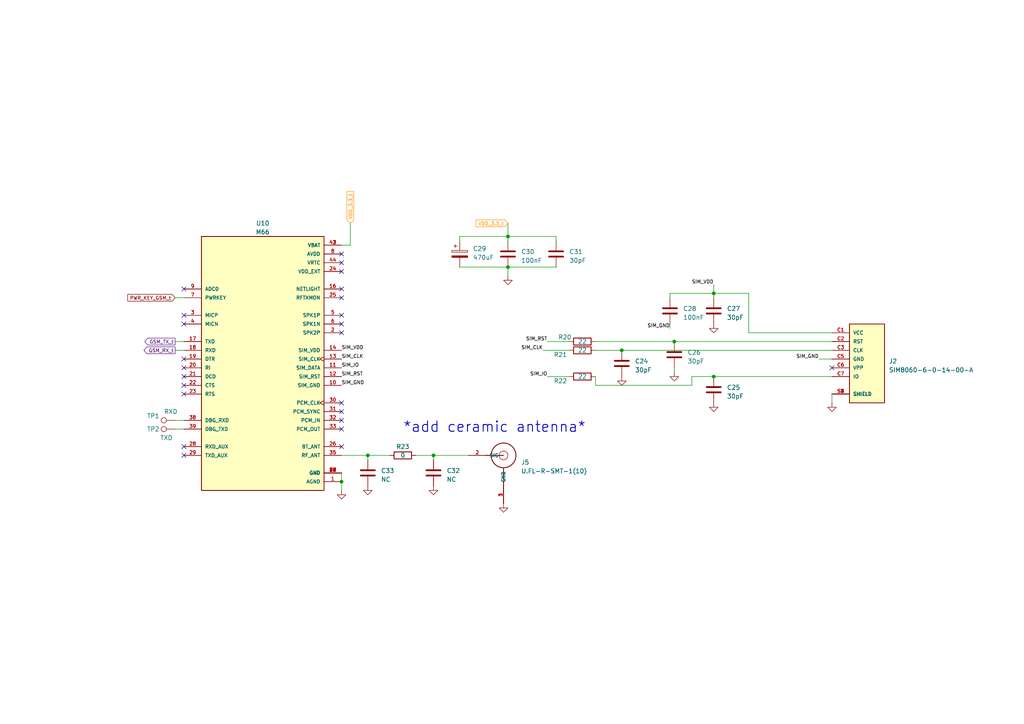
<source format=kicad_sch>
(kicad_sch (version 20230121) (generator eeschema)
  (paper "A4")
  (lib_symbols
    (symbol "Connector:TestPoint" (pin_numbers hide) (pin_names (offset 0.762) hide)
      (property "Reference" "TP" (at 0 6.858 0))
      (property "Value" "TestPoint" (at 0 5.08 0))
      (symbol "TestPoint_0_1"
        (circle (center 0 3.302) (radius 0.762))
      )
      (symbol "TestPoint_1_1"
        (pin passive line (at 0 0 90) (length 2.54) (name "1") (number "1"))
      )
    )
    (symbol "Device:C" (pin_numbers hide) (pin_names (offset 0.254))
      (property "Reference" "C" (at 0.635 2.54 0))
      (property "Value" "C" (at 0.635 -2.54 0))
      (symbol "C_0_1"
        (polyline (pts (xy -2.032 -0.762) (xy 2.032 -0.762)) (stroke (width 0.508)))
        (polyline (pts (xy -2.032 0.762) (xy 2.032 0.762)) (stroke (width 0.508)))
      )
      (symbol "C_1_1"
        (pin passive line (at 0 3.81 270) (length 2.794) (name "~") (number "1"))
        (pin passive line (at 0 -3.81 90) (length 2.794) (name "~") (number "2"))
      )
    )
    (symbol "Device:C_Polarized" (pin_numbers hide) (pin_names (offset 0.254))
      (property "Reference" "C" (at 0.635 2.54 0))
      (property "Value" "C_Polarized" (at 0.635 -2.54 0))
      (symbol "C_Polarized_0_1"
        (rectangle (start -2.286 0.508) (end 2.286 1.016))
        (polyline (pts (xy -1.778 2.286) (xy -0.762 2.286)))
        (polyline (pts (xy -1.27 2.794) (xy -1.27 1.778)))
        (rectangle (start 2.286 -0.508) (end -2.286 -1.016) (fill (type outline)))
      )
      (symbol "C_Polarized_1_1"
        (pin passive line (at 0 3.81 270) (length 2.794) (name "~") (number "1"))
        (pin passive line (at 0 -3.81 90) (length 2.794) (name "~") (number "2"))
      )
    )
    (symbol "Device:R" (pin_numbers hide) (pin_names (offset 0))
      (property "Reference" "R" (at 2.032 0 90))
      (property "Value" "R" (at 0 0 90))
      (symbol "R_0_1"
        (rectangle (start -1.016 -2.54) (end 1.016 2.54) (stroke (width 0.254)))
      )
      (symbol "R_1_1"
        (pin passive line (at 0 3.81 270) (length 1.27) (name "~") (number "1"))
        (pin passive line (at 0 -3.81 90) (length 1.27) (name "~") (number "2"))
      )
    )
    (symbol "M66:M66" (pin_names (offset 1.016))
      (property "Reference" "U" (at -17.8126 36.1291 0))
      (property "Value" "M66" (at -17.7991 -40.6781 0))
      (symbol "M66_0_0"
        (rectangle (start -17.78 -38.1) (end 17.78 35.56) (stroke (width 0.254)) (fill (type background)))
        (pin power_in line (at 22.86 -35.56 180) (length 5.08) (name "AGND") (number "1"))
        (pin power_in line (at 22.86 -7.62 180) (length 5.08) (name "SIM_GND") (number "10"))
        (pin bidirectional line (at 22.86 -2.54 180) (length 5.08) (name "SIM_DATA") (number "11"))
        (pin output line (at 22.86 -5.08 180) (length 5.08) (name "SIM_RST") (number "12"))
        (pin output clock (at 22.86 0 180) (length 5.08) (name "SIM_CLK") (number "13"))
        (pin power_in line (at 22.86 2.54 180) (length 5.08) (name "SIM_VDD") (number "14"))
        (pin output line (at 22.86 20.32 180) (length 5.08) (name "NETLIGHT") (number "16"))
        (pin output line (at -22.86 5.08 0) (length 5.08) (name "TXD") (number "17"))
        (pin input line (at -22.86 2.54 0) (length 5.08) (name "RXD") (number "18"))
        (pin input line (at -22.86 0 0) (length 5.08) (name "DTR") (number "19"))
        (pin output line (at 22.86 7.62 180) (length 5.08) (name "SPK2P") (number "2"))
        (pin output line (at -22.86 -2.54 0) (length 5.08) (name "RI") (number "20"))
        (pin output line (at -22.86 -5.08 0) (length 5.08) (name "DCD") (number "21"))
        (pin output line (at -22.86 -7.62 0) (length 5.08) (name "CTS") (number "22"))
        (pin input line (at -22.86 -10.16 0) (length 5.08) (name "RTS") (number "23"))
        (pin power_in line (at 22.86 25.4 180) (length 5.08) (name "VDD_EXT") (number "24"))
        (pin output line (at 22.86 17.78 180) (length 5.08) (name "RFTXMON") (number "25"))
        (pin bidirectional line (at 22.86 -25.4 180) (length 5.08) (name "BT_ANT") (number "26"))
        (pin power_in line (at 22.86 -33.02 180) (length 5.08) (name "GND") (number "27"))
        (pin input line (at -22.86 -25.4 0) (length 5.08) (name "RXD_AUX") (number "28"))
        (pin output line (at -22.86 -27.94 0) (length 5.08) (name "TXD_AUX") (number "29"))
        (pin input line (at -22.86 12.7 0) (length 5.08) (name "MICP") (number "3"))
        (pin output clock (at 22.86 -12.7 180) (length 5.08) (name "PCM_CLK") (number "30"))
        (pin output line (at 22.86 -15.24 180) (length 5.08) (name "PCM_SYNC") (number "31"))
        (pin input line (at 22.86 -17.78 180) (length 5.08) (name "PCM_IN") (number "32"))
        (pin output line (at 22.86 -20.32 180) (length 5.08) (name "PCM_OUT") (number "33"))
        (pin power_in line (at 22.86 -33.02 180) (length 5.08) (name "GND") (number "34"))
        (pin bidirectional line (at 22.86 -27.94 180) (length 5.08) (name "RF_ANT") (number "35"))
        (pin power_in line (at 22.86 -33.02 180) (length 5.08) (name "GND") (number "36"))
        (pin power_in line (at 22.86 -33.02 180) (length 5.08) (name "GND") (number "37"))
        (pin input line (at -22.86 -17.78 0) (length 5.08) (name "DBG_RXD") (number "38"))
        (pin output line (at -22.86 -20.32 0) (length 5.08) (name "DBG_TXD") (number "39"))
        (pin input line (at -22.86 10.16 0) (length 5.08) (name "MICN") (number "4"))
        (pin power_in line (at 22.86 -33.02 180) (length 5.08) (name "GND") (number "40"))
        (pin power_in line (at 22.86 -33.02 180) (length 5.08) (name "GND") (number "41"))
        (pin power_in line (at 22.86 33.02 180) (length 5.08) (name "VBAT") (number "42"))
        (pin power_in line (at 22.86 33.02 180) (length 5.08) (name "VBAT") (number "43"))
        (pin power_in line (at 22.86 27.94 180) (length 5.08) (name "VRTC") (number "44"))
        (pin output line (at 22.86 12.7 180) (length 5.08) (name "SPK1P") (number "5"))
        (pin output line (at 22.86 10.16 180) (length 5.08) (name "SPK1N") (number "6"))
        (pin input line (at -22.86 17.78 0) (length 5.08) (name "PWRKEY") (number "7"))
        (pin power_in line (at 22.86 30.48 180) (length 5.08) (name "AVDD") (number "8"))
        (pin input line (at -22.86 20.32 0) (length 5.08) (name "ADC0") (number "9"))
      )
    )
    (symbol "SIM8060-6-0-14-00-A:SIM8060-6-0-14-00-A" (pin_names (offset 1.016))
      (property "Reference" "J" (at -5.0895 13.3599 0))
      (property "Value" "SIM8060-6-0-14-00-A" (at -5.0859 -12.7178 0))
      (symbol "SIM8060-6-0-14-00-A_0_0"
        (rectangle (start -5.08 -10.16) (end 5.08 12.7) (stroke (width 0.254)) (fill (type background)))
        (pin passive line (at -10.16 10.16 0) (length 5.08) (name "VCC") (number "C1"))
        (pin passive line (at -10.16 7.62 0) (length 5.08) (name "RST") (number "C2"))
        (pin passive line (at -10.16 5.08 0) (length 5.08) (name "CLK") (number "C3"))
        (pin passive line (at -10.16 2.54 0) (length 5.08) (name "GND") (number "C5"))
        (pin passive line (at -10.16 0 0) (length 5.08) (name "VPP") (number "C6"))
        (pin passive line (at -10.16 -2.54 0) (length 5.08) (name "IO") (number "C7"))
        (pin passive line (at -10.16 -7.62 0) (length 5.08) (name "SHIELD") (number "S1"))
        (pin passive line (at -10.16 -7.62 0) (length 5.08) (name "SHIELD") (number "S2"))
        (pin passive line (at -10.16 -7.62 0) (length 5.08) (name "SHIELD") (number "S3"))
        (pin passive line (at -10.16 -7.62 0) (length 5.08) (name "SHIELD") (number "S4"))
      )
    )
    (symbol "U.FL-R-SMT-1_10_:U.FL-R-SMT-1(10)" (pin_names (offset 1.016))
      (property "Reference" "J" (at 3.8142 1.2714 0))
      (property "Value" "U.FL-R-SMT-1(10)" (at 3.8143 -2.5429 0))
      (symbol "U.FL-R-SMT-1(10)_0_0"
        (polyline (pts (xy 0 -3.81) (xy 0 -8.89)) (stroke (width 0.254)))
        (polyline (pts (xy 0 0) (xy -5.08 0)) (stroke (width 0.254)))
        (circle (center 0 0) (radius 1.27))
        (circle (center 0 0) (radius 3.5921) (stroke (width 0.254)))
        (pin passive line (at 0 -13.97 90) (length 5.08) (name "GND") (number "1"))
        (pin passive line (at -10.16 0 0) (length 5.08) (name "SIG") (number "2"))
        (pin passive line (at 0 -13.97 90) (length 5.08) (name "GND") (number "3"))
      )
    )
    (symbol "power:GND" (power) (pin_names (offset 0))
      (property "Value" "GND" (at 0 -3.81 0))
      (symbol "GND_0_1"
        (polyline (pts (xy 0 0) (xy 0 -1.27) (xy 1.27 -1.27) (xy 0 -2.54) (xy -1.27 -1.27) (xy 0 -1.27)))
      )
      (symbol "GND_1_1"
        (pin power_in line (at 0 0 270) (length 0) hide (name "GND") (number "1"))
      )
    )
  )
  (junction (at 147.32 68.58))
  (junction (at 207.01 109.22))
  (junction (at 147.32 77.47))
  (junction (at 99.06 139.7))
  (junction (at 180.34 101.6))
  (junction (at 125.73 132.08))
  (junction (at 195.58 99.06))
  (junction (at 106.68 132.08))
  (junction (at 207.01 85.09))
  (no_connect (at 53.34 91.44))
  (no_connect (at 53.34 111.76))
  (no_connect (at 99.06 91.44))
  (no_connect (at 99.06 129.54))
  (no_connect (at 99.06 86.36))
  (no_connect (at 53.34 93.98))
  (no_connect (at 53.34 83.82))
  (no_connect (at 99.06 93.98))
  (no_connect (at 53.34 114.3))
  (no_connect (at 99.06 76.2))
  (no_connect (at 99.06 73.66))
  (no_connect (at 99.06 116.84))
  (no_connect (at 99.06 124.46))
  (no_connect (at 99.06 78.74))
  (no_connect (at 99.06 83.82))
  (no_connect (at 53.34 132.08))
  (no_connect (at 241.3 106.68))
  (no_connect (at 53.34 109.22))
  (no_connect (at 99.06 121.92))
  (no_connect (at 53.34 104.14))
  (no_connect (at 99.06 119.38))
  (no_connect (at 53.34 129.54))
  (no_connect (at 99.06 96.52))
  (no_connect (at 53.34 106.68))
  (wire (pts (xy 147.32 64.77) (xy 147.32 68.58)))
  (wire (pts (xy 50.8 121.92) (xy 53.34 121.92)))
  (wire (pts (xy 237.49 104.14) (xy 241.3 104.14)))
  (wire (pts (xy 161.29 68.58) (xy 161.29 69.85)))
  (wire (pts (xy 194.31 85.09) (xy 194.31 86.36)))
  (wire (pts (xy 180.34 101.6) (xy 241.3 101.6)))
  (wire (pts (xy 99.06 132.08) (xy 106.68 132.08)))
  (wire (pts (xy 133.35 77.47) (xy 147.32 77.47)))
  (wire (pts (xy 133.35 69.85) (xy 133.35 68.58)))
  (wire (pts (xy 147.32 68.58) (xy 161.29 68.58)))
  (wire (pts (xy 172.72 111.76) (xy 172.72 109.22)))
  (wire (pts (xy 125.73 132.08) (xy 135.89 132.08)))
  (wire (pts (xy 207.01 85.09) (xy 207.01 86.36)))
  (wire (pts (xy 195.58 99.06) (xy 241.3 99.06)))
  (wire (pts (xy 106.68 132.08) (xy 113.03 132.08)))
  (wire (pts (xy 50.8 99.06) (xy 53.34 99.06)))
  (wire (pts (xy 194.31 95.25) (xy 194.31 93.98)))
  (wire (pts (xy 241.3 116.84) (xy 241.3 114.3)))
  (wire (pts (xy 50.8 86.36) (xy 53.34 86.36)))
  (wire (pts (xy 120.65 132.08) (xy 125.73 132.08)))
  (wire (pts (xy 195.58 107.95) (xy 195.58 106.68)))
  (wire (pts (xy 172.72 99.06) (xy 195.58 99.06)))
  (wire (pts (xy 101.6 64.77) (xy 101.6 71.12)))
  (wire (pts (xy 157.48 101.6) (xy 165.1 101.6)))
  (wire (pts (xy 194.31 85.09) (xy 207.01 85.09)))
  (wire (pts (xy 207.01 85.09) (xy 217.17 85.09)))
  (wire (pts (xy 207.01 109.22) (xy 241.3 109.22)))
  (wire (pts (xy 50.8 101.6) (xy 53.34 101.6)))
  (wire (pts (xy 217.17 96.52) (xy 241.3 96.52)))
  (wire (pts (xy 172.72 111.76) (xy 200.66 111.76)))
  (wire (pts (xy 172.72 101.6) (xy 180.34 101.6)))
  (wire (pts (xy 99.06 142.24) (xy 99.06 139.7)))
  (wire (pts (xy 106.68 133.35) (xy 106.68 132.08)))
  (wire (pts (xy 99.06 137.16) (xy 99.06 139.7)))
  (wire (pts (xy 133.35 68.58) (xy 147.32 68.58)))
  (wire (pts (xy 125.73 132.08) (xy 125.73 133.35)))
  (wire (pts (xy 217.17 85.09) (xy 217.17 96.52)))
  (wire (pts (xy 207.01 82.55) (xy 207.01 85.09)))
  (wire (pts (xy 147.32 68.58) (xy 147.32 69.85)))
  (wire (pts (xy 50.8 124.46) (xy 53.34 124.46)))
  (wire (pts (xy 158.75 99.06) (xy 165.1 99.06)))
  (wire (pts (xy 101.6 71.12) (xy 99.06 71.12)))
  (wire (pts (xy 147.32 77.47) (xy 161.29 77.47)))
  (wire (pts (xy 147.32 80.01) (xy 147.32 77.47)))
  (wire (pts (xy 158.75 109.22) (xy 165.1 109.22)))
  (wire (pts (xy 207.01 109.22) (xy 200.66 109.22)))
  (wire (pts (xy 200.66 111.76) (xy 200.66 109.22)))
  (text "*add ceramic antenna*" (at 116.84 125.73 0) (effects (font (size 3 3) (thickness 0.254) bold) (justify left bottom)))
  (label "SIM_RST" (at 158.75 99.06 180) (effects (font (size 1 1))))
  (label "SIM_RST" (at 99.06 109.22 0) (effects (font (size 1 1))))
  (label "SIM_GND" (at 194.31 95.25 180) (effects (font (size 1 1))))
  (label "SIM_VDD" (at 207.01 82.55 180) (effects (font (size 1 1))))
  (label "SIM_IO" (at 99.06 106.68 0) (effects (font (size 1 1))))
  (label "SIM_CLK" (at 99.06 104.14 0) (effects (font (size 1 1))))
  (label "SIM_CLK" (at 157.48 101.6 180) (effects (font (size 1 1))))
  (label "SIM_GND" (at 237.49 104.14 180) (effects (font (size 1 1))))
  (label "SIM_VDD" (at 99.06 101.6 0) (effects (font (size 1 1))))
  (label "SIM_IO" (at 158.75 109.22 180) (effects (font (size 1 1))))
  (label "SIM_GND" (at 99.06 111.76 0) (effects (font (size 1 1))))
  (global_label "PWR_KEY_GSM_t" (shape input) (at 50.8 86.36 180) (effects (font (size 1 1))) (property "Intersheetrefs" "${INTERSHEET_REFS}" (effects hide)))
  (global_label "GSM_RX_t" (shape output) (at 50.8 101.6 180) (effects (font (size 1 1))) (property "Intersheetrefs" "${INTERSHEET_REFS}" (effects hide)))
  (global_label "VDD_3.3_t" (shape input) (at 147.32 64.77 180) (effects (font (size 1 1))) (property "Intersheetrefs" "${INTERSHEET_REFS}" (effects hide)))
  (global_label "VDD_3.3_t" (shape input) (at 101.6 64.77 90) (effects (font (size 1 1))) (property "Intersheetrefs" "${INTERSHEET_REFS}" (effects hide)))
  (global_label "GSM_TX_t" (shape output) (at 50.8 99.06 180) (effects (font (size 1 1))) (property "Intersheetrefs" "${INTERSHEET_REFS}" (effects hide)))
  (symbol (lib_id "Device:C") (at 207.01 90.17 0) (unit 1)
    (property "Reference" "C27" (at 210.82 89.535 0) (effects (justify left)))
    (property "Value" "30pF" (at 210.82 92.075 0) (effects (justify left)))
    (property "Footprint" "Capacitor_SMD:C_0402_1005Metric_Pad0.74x0.62mm_HandSolder" (effects hide))
  )
  (symbol (lib_id "Device:C") (at 106.68 137.16 0) (unit 1)
    (property "Reference" "C33" (at 110.49 136.525 0) (effects (justify left)))
    (property "Value" "NC" (at 110.49 139.065 0) (effects (justify left)))
    (property "Footprint" "Capacitor_SMD:C_0402_1005Metric_Pad0.74x0.62mm_HandSolder" (effects hide))
  )
  (symbol (lib_id "Device:C_Polarized") (at 133.35 73.66 0) (unit 1)
    (property "Reference" "C29" (at 137.16 72.136 0) (effects (justify left)))
    (property "Value" "470uF" (at 137.16 74.676 0) (effects (justify left)))
    (property "Footprint" "Capacitor_Tantalum_SMD:CP_EIA-7343-30_AVX-N" (effects hide))
  )
  (symbol (lib_id "power:GND") (at 106.68 140.97 0) (unit 1)
    (property "Reference" "#PWR058" (effects hide))
    (property "Value" "GND" (effects hide))
    (instances (project "RP2040_SOS_band" (path "" (reference "#PWR058") (unit 1)) (path "" (reference "#PWR061") (unit 1))))
  )
  (symbol (lib_id "Device:C") (at 194.31 90.17 0) (unit 1)
    (property "Reference" "C28" (at 198.12 89.535 0) (effects (justify left)))
    (property "Value" "100nF" (at 198.12 92.075 0) (effects (justify left)))
    (property "Footprint" "Capacitor_SMD:C_0402_1005Metric_Pad0.74x0.62mm_HandSolder" (effects hide))
  )
  (symbol (lib_id "power:GND") (at 147.32 80.01 0) (unit 1)
    (property "Reference" "#PWR058" (effects hide))
    (property "Value" "GND" (effects hide))
    (instances (project "RP2040_SOS_band" (path "" (reference "#PWR058") (unit 1)) (path "" (reference "#PWR069") (unit 1))))
  )
  (symbol (lib_id "Device:R") (at 168.91 101.6 90) (unit 1)
    (property "Reference" "R21" (at 162.56 102.87 90))
    (property "Value" "22" (at 168.91 101.6 90))
    (property "Footprint" "Resistor_SMD:R_0402_1005Metric_Pad0.72x0.64mm_HandSolder" (effects hide))
  )
  (symbol (lib_id "Device:R") (at 116.84 132.08 90) (unit 1)
    (property "Reference" "R23" (at 116.84 129.54 90))
    (property "Value" "0" (at 116.84 132.08 90))
    (property "Footprint" "Resistor_SMD:R_0402_1005Metric_Pad0.72x0.64mm_HandSolder" (effects hide))
  )
  (symbol (lib_id "power:GND") (at 195.58 107.95 0) (unit 1)
    (property "Reference" "#PWR058" (effects hide))
    (property "Value" "GND" (effects hide))
    (instances (project "RP2040_SOS_band" (path "" (reference "#PWR058") (unit 1)) (path "" (reference "#PWR064") (unit 1))))
  )
  (symbol (lib_id "Device:C") (at 195.58 102.87 0) (unit 1)
    (property "Reference" "C26" (at 199.39 102.235 0) (effects (justify left)))
    (property "Value" "30pF" (at 199.39 104.775 0) (effects (justify left)))
    (property "Footprint" "Capacitor_SMD:C_0402_1005Metric_Pad0.74x0.62mm_HandSolder" (effects hide))
  )
  (symbol (lib_id "power:GND") (at 125.73 140.97 0) (unit 1)
    (property "Reference" "#PWR058" (effects hide))
    (property "Value" "GND" (effects hide))
    (instances (project "RP2040_SOS_band" (path "" (reference "#PWR058") (unit 1)) (path "" (reference "#PWR072") (unit 1))))
  )
  (symbol (lib_id "power:GND") (at 207.01 93.98 0) (unit 1)
    (property "Reference" "#PWR058" (effects hide))
    (property "Value" "GND" (effects hide))
    (instances (project "RP2040_SOS_band" (path "" (reference "#PWR058") (unit 1)) (path "" (reference "#PWR066") (unit 1))))
  )
  (symbol (lib_id "Device:C") (at 207.01 113.03 0) (unit 1)
    (property "Reference" "C25" (at 210.82 112.395 0) (effects (justify left)))
    (property "Value" "30pF" (at 210.82 114.935 0) (effects (justify left)))
    (property "Footprint" "Capacitor_SMD:C_0402_1005Metric_Pad0.74x0.62mm_HandSolder" (effects hide))
  )
  (symbol (lib_id "power:GND") (at 207.01 116.84 0) (unit 1)
    (property "Reference" "#PWR058" (effects hide))
    (property "Value" "GND" (effects hide))
    (instances (project "RP2040_SOS_band" (path "" (reference "#PWR058") (unit 1)) (path "" (reference "#PWR065") (unit 1))))
  )
  (symbol (lib_id "Device:C") (at 125.73 137.16 0) (unit 1)
    (property "Reference" "C32" (at 129.54 136.525 0) (effects (justify left)))
    (property "Value" "NC" (at 129.54 139.065 0) (effects (justify left)))
    (property "Footprint" "Capacitor_SMD:C_0402_1005Metric_Pad0.74x0.62mm_HandSolder" (effects hide))
  )
  (symbol (lib_id "Device:R") (at 168.91 109.22 90) (unit 1)
    (property "Reference" "R22" (at 162.56 110.49 90))
    (property "Value" "22" (at 168.91 109.22 90))
    (property "Footprint" "Resistor_SMD:R_0402_1005Metric_Pad0.72x0.64mm_HandSolder" (effects hide))
  )
  (symbol (lib_id "power:GND") (at 99.06 142.24 0) (unit 1)
    (property "Reference" "#PWR058" (effects hide))
    (property "Value" "GND" (effects hide))
    (instances (project "RP2040_SOS_band" (path "" (reference "#PWR058") (unit 1)) (path "" (reference "#PWR062") (unit 1))))
  )
  (symbol (lib_id "Connector:TestPoint") (at 50.8 124.46 90) (unit 1)
    (property "Reference" "TP2" (at 44.45 124.46 90))
    (property "Value" "TXD" (at 48.26 127 90))
    (property "Footprint" "TestPoint:TestPoint_Pad_D1.0mm" (effects hide))
  )
  (symbol (lib_id "Device:C") (at 147.32 73.66 0) (unit 1)
    (property "Reference" "C30" (at 151.13 73.025 0) (effects (justify left)))
    (property "Value" "100nF" (at 151.13 75.565 0) (effects (justify left)))
    (property "Footprint" "Capacitor_SMD:C_0402_1005Metric_Pad0.74x0.62mm_HandSolder" (effects hide))
  )
  (symbol (lib_id "Connector:TestPoint") (at 50.8 121.92 90) (unit 1)
    (property "Reference" "TP1" (at 44.45 120.65 90))
    (property "Value" "RXD" (at 49.53 119.38 90))
    (property "Footprint" "TestPoint:TestPoint_Pad_D1.0mm" (effects hide))
  )
  (symbol (lib_id "SIM8060-6-0-14-00-A:SIM8060-6-0-14-00-A") (at 251.46 106.68 0) (unit 1)
    (property "Reference" "J2" (at 257.81 104.775 0) (effects (justify left)))
    (property "Value" "SIM8060-6-0-14-00-A" (at 257.81 107.315 0) (effects (justify left)))
    (property "Footprint" "SIM8060-6-0-14-00-A:GCT_SIM8060-6-0-14-00-A" (effects hide))
    (property "MF" "Global Connector Technology" (effects hide))
    (property "DESCRIPTION" "SIM8060 is a hinged Sim Card Connector. With 6 contacts, with switch for card detection. Profile above PCB is 1.43mm." (effects hide))
    (property "PACKAGE" "Package Analog Devices" (effects hide))
    (property "MP" "SIM8060-6-0-14-00-A" (effects hide))
  )
  (symbol (lib_id "M66:M66") (at 76.2 104.14 0) (unit 1)
    (property "Reference" "U10" (at 76.2 64.77 0))
    (property "Value" "M66" (at 76.2 67.31 0))
    (property "Footprint" "Quectel M66:XCVR_M66" (effects hide))
    (property "MF" "Quectel" (effects hide))
    (property "DESCRIPTION" "M66 is an ultra-small quad-band GSM/GPRS module using LCC castellation packaging on the market. Based on the latest 2G chipset, it has the optimal performance in SMS & Data transmission and audio service even in harsh environment." (effects hide))
    (property "PACKAGE" "0603 Quectel" (effects hide))
    (property "PRICE" "None" (effects hide))
    (property "MP" "M66" (effects hide))
    (property "AVAILABILITY" "Unavailable" (effects hide))
  )
  (symbol (lib_id "power:GND") (at 146.05 146.05 0) (unit 1)
    (property "Reference" "#PWR058" (effects hide))
    (property "Value" "GND" (effects hide))
    (instances (project "RP2040_SOS_band" (path "" (reference "#PWR058") (unit 1)) (path "" (reference "#PWR068") (unit 1))))
  )
  (symbol (lib_id "Device:C") (at 161.29 73.66 0) (unit 1)
    (property "Reference" "C31" (at 165.1 73.025 0) (effects (justify left)))
    (property "Value" "30pF" (at 165.1 75.565 0) (effects (justify left)))
    (property "Footprint" "Capacitor_SMD:C_0402_1005Metric_Pad0.74x0.62mm_HandSolder" (effects hide))
  )
  (symbol (lib_id "U.FL-R-SMT-1_10_:U.FL-R-SMT-1(10)") (at 146.05 132.08 0) (unit 1)
    (property "Reference" "J5" (at 151.13 134.0939 0) (effects (justify left)))
    (property "Value" "U.FL-R-SMT-1(10)" (at 151.13 136.6339 0) (effects (justify left)))
    (property "Footprint" "U.FL-R-SMT-1_10_:HRS_U.FL-R-SMT-1(10)" (effects hide))
    (property "MANUFACTURER" "Hirose Electric Co. Ltd." (effects hide))
  )
  (symbol (lib_id "power:GND") (at 180.34 109.22 0) (unit 1)
    (property "Reference" "#PWR058" (effects hide))
    (property "Value" "GND" (effects hide))
    (instances (project "RP2040_SOS_band" (path "" (reference "#PWR058") (unit 1)) (path "" (reference "#PWR063") (unit 1))))
  )
  (symbol (lib_id "Device:C") (at 180.34 105.41 0) (unit 1)
    (property "Reference" "C24" (at 184.15 104.775 0) (effects (justify left)))
    (property "Value" "30pF" (at 184.15 107.315 0) (effects (justify left)))
    (property "Footprint" "Capacitor_SMD:C_0402_1005Metric_Pad0.74x0.62mm_HandSolder" (effects hide))
  )
  (symbol (lib_id "Device:R") (at 168.91 99.06 90) (unit 1)
    (property "Reference" "R20" (at 163.83 97.79 90))
    (property "Value" "22" (at 168.91 99.06 90))
    (property "Footprint" "Resistor_SMD:R_0402_1005Metric_Pad0.72x0.64mm_HandSolder" (effects hide))
  )
  (symbol (lib_id "power:GND") (at 241.3 116.84 0) (unit 1)
    (property "Reference" "#PWR058" (effects hide))
    (property "Value" "GND" (effects hide))
    (instances (project "RP2040_SOS_band" (path "" (reference "#PWR058") (unit 1)) (path "" (reference "#PWR067") (unit 1))))
  )
)
</source>
